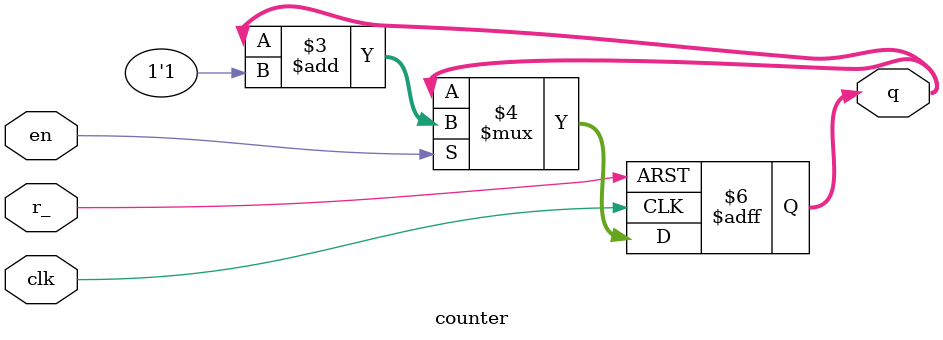
<source format=v>
`timescale 1 ps / 1 ps

module counter(clk, r_, en, q );
    parameter WIDTH = 0;
    
    input clk;
    input r_;
    input en;
    
    output [WIDTH - 1 : 0] q;
    reg    [WIDTH - 1 : 0] q;
    
    always@( posedge clk or negedge r_) begin
      if(~r_) begin
         q <= { WIDTH {1'b0}};
      end else if( en ) begin
         q <= q + 1'b1;
      end
    end
    
endmodule
</source>
